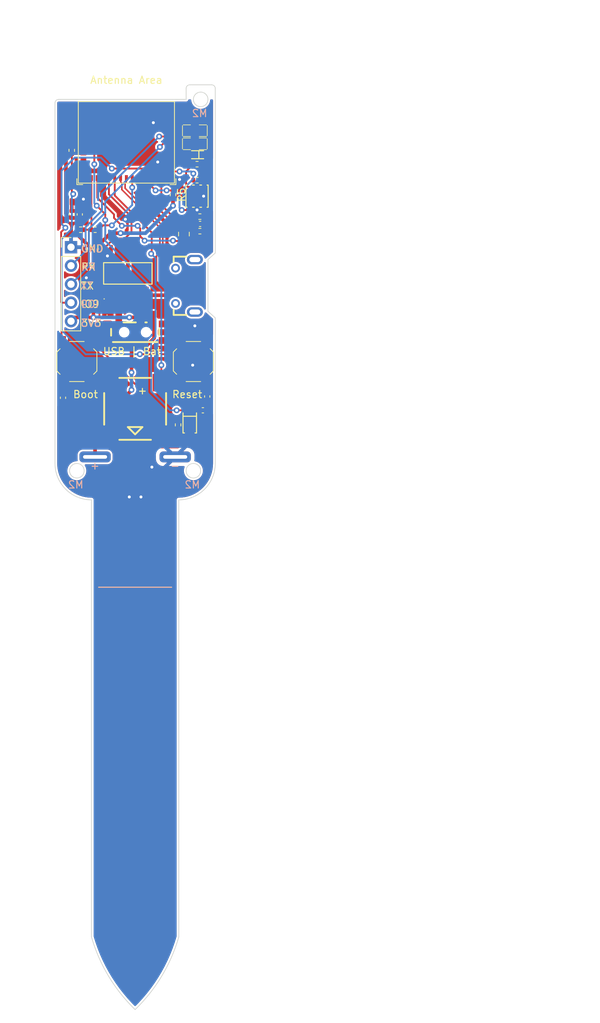
<source format=kicad_pcb>
(kicad_pcb (version 20221018) (generator pcbnew)
  (layers (0 "F.Cu" signal) (31 "B.Cu" signal) (34 "B.Paste" user) (35 "F.Paste" user) (36 "B.SilkS" user "B.Silkscreen") (37 "F.SilkS" user "F.Silkscreen") (38 "B.Mask" user) (39 "F.Mask" user) (44 "Edge.Cuts" user))
  (net 0 "")
  (net 1 "/EN")
  (net 2 "/AD_Capacitance")
  (net 3 "/Light_Sensor_Analog")
  (net 4 "/Light_Sensor_Select_1")
  (net 5 "/Light_Sensor_Select_2")
  (net 6 "+3V3")
  (net 7 "GND")
  (net 8 "/SensorCapV")
  (net 9 "/Voltage_Measurement_Analog")
  (net 10 "/Voltage_Measurement_Select")
  (net 11 "/TX")
  (net 12 "/RX")
  (net 13 "/TH_SDA")
  (net 14 "/TH_SCL")
  (net 15 "/D-")
  (net 16 "/D+")
  (net 17 "/Light_Sensor_In")
  (net 18 "/Buzzer")
  (net 19 "Net-(U7-VIN)")
  (net 21 "/Square_Wave_Signal")
  (net 22 "/USB")
  (net 27 "/LED_GREEN")
  (net 28 "/LED_RED")
  (net 31 "/BAT")
  (net 32 "/IO9")
  (net 43 "/IO8")
  (footprint "Connector_PinHeader_2.54mm:PinHeader_1x05_P2.54mm_Vertical" (layer "F.Cu") (at 102.2 120.3)
    (fp_text reference "J1" hide)
    (fp_text value "Conn_01x05")
    (pad "1" thru_hole rect (at 0 0) (size 1.7 1.7) (drill 1) (layers "*.Cu" "*.Mask") (net 7 "GND"))
    (pad "2" thru_hole oval (at 0 2.54) (size 1.7 1.7) (drill 1) (layers "*.Cu" "*.Mask") (net 11 "/TX"))
    (pad "3" thru_hole oval (at 0 5.08) (size 1.7 1.7) (drill 1) (layers "*.Cu" "*.Mask") (net 12 "/RX"))
    (pad "4" thru_hole oval (at 0 7.62) (size 1.7 1.7) (drill 1) (layers "*.Cu" "*.Mask") (net 32 "/IO9"))
    (pad "5" thru_hole oval (at 0 10.16) (size 1.7 1.7) (drill 1) (layers "*.Cu" "*.Mask") (net 6 "+3V3"))
  )
  (footprint "Resistor_SMD:R_0402_1005Metric" (layer "F.Cu") (at 103.51 117.9)
    (fp_text reference "R4" hide)
    (fp_text value "5k1")
    (pad "1" smd roundrect (at -0.51 0) (size 0.54 0.64) (layers "F.Cu" "F.Paste" "F.Mask") (net 6 "+3V3"))
    (pad "2" smd roundrect (at 0.51 0) (size 0.54 0.64) (layers "F.Cu" "F.Paste" "F.Mask") (net 9 "/Voltage_Measurement_Analog"))
  )
  (footprint "Resistor_SMD:R_0402_1005Metric" (layer "F.Cu") (at 119.5 108.9)
    (fp_text reference "R2" hide)
    (fp_text value "5k1")
    (pad "1" smd roundrect (at -0.51 0) (size 0.54 0.64) (layers "F.Cu" "F.Paste" "F.Mask") (net 14 "/TH_SCL"))
    (pad "2" smd roundrect (at 0.51 0) (size 0.54 0.64) (layers "F.Cu" "F.Paste" "F.Mask") (net 6 "+3V3"))
  )
  (footprint "Resistor_SMD:R_0402_1005Metric" (layer "F.Cu") (at 116.2 113.1 -90)
    (fp_text reference "R5" (at 0 -1.17 90) (layer "F.SilkS"))
    (fp_text value "10k")
    (pad "1" smd roundrect (at -0.51 0 270) (size 0.54 0.64) (layers "F.Cu" "F.Paste" "F.Mask") (net 43 "/IO8"))
    (pad "2" smd roundrect (at 0.51 0 270) (size 0.54 0.64) (layers "F.Cu" "F.Paste" "F.Mask") (net 6 "+3V3"))
  )
  (footprint "Capacitor_SMD:C_0402_1005Metric" (layer "F.Cu") (at 103.4 115.8 90)
    (fp_text reference "C8" hide)
    (fp_text value "10nF")
    (pad "1" smd roundrect (at -0.48 0 90) (size 0.56 0.62) (layers "F.Cu" "F.Paste" "F.Mask") (net 6 "+3V3"))
    (pad "2" smd roundrect (at 0.48 0 90) (size 0.56 0.62) (layers "F.Cu" "F.Paste" "F.Mask") (net 7 "GND"))
  )
  (footprint "PCM_kikit:Tab_5mm" (layer "F.Cu") (at 99.65 146.5)
    (fp_text reference "REF**" hide)
    (fp_text value "Tab_5mm")
  )
  (footprint "Resistor_SMD:R_0402_1005Metric" (layer "F.Cu") (at 119.89 118.1 180)
    (fp_text reference "R3" hide)
    (fp_text value "1k")
    (pad "1" smd roundrect (at -0.51 0 180) (size 0.54 0.64) (layers "F.Cu" "F.Paste" "F.Mask") (net 3 "/Light_Sensor_Analog"))
    (pad "2" smd roundrect (at 0.51 0 180) (size 0.54 0.64) (layers "F.Cu" "F.Paste" "F.Mask") (net 5 "/Light_Sensor_Select_2"))
  )
  (footprint "Capacitor_SMD:C_0402_1005Metric" (layer "F.Cu") (at 102.3 115.8 90)
    (fp_text reference "C9" hide)
    (fp_text value "10uF")
    (pad "1" smd roundrect (at -0.48 0 90) (size 0.56 0.62) (layers "F.Cu" "F.Paste" "F.Mask") (net 6 "+3V3"))
    (pad "2" smd roundrect (at 0.48 0 90) (size 0.56 0.62) (layers "F.Cu" "F.Paste" "F.Mask") (net 7 "GND"))
  )
  (footprint "CustomFootprints:LED0805-GREEN-RD" (layer "F.Cu") (at 119.2 104.3 180)
    (fp_text reference "D1" hide)
    (fp_text value "GREEN")
    (pad "1" smd rect (at 1.050292 0) (size 1 1.399543) (layers "F.Cu" "F.Paste" "F.Mask") (net 27 "/LED_GREEN"))
    (pad "2" smd rect (at -1.050292 0) (size 1 1.399543) (layers "F.Cu" "F.Paste" "F.Mask") (net 7 "GND"))
  )
  (footprint "Resistor_SMD:R_0402_1005Metric" (layer "F.Cu") (at 105.51 117.9)
    (fp_text reference "R6" hide)
    (fp_text value "2k")
    (pad "1" smd roundrect (at -0.51 0) (size 0.54 0.64) (layers "F.Cu" "F.Paste" "F.Mask") (net 9 "/Voltage_Measurement_Analog"))
    (pad "2" smd roundrect (at 0.51 0) (size 0.54 0.64) (layers "F.Cu" "F.Paste" "F.Mask") (net 10 "/Voltage_Measurement_Select"))
  )
  (footprint "Resistor_SMD:R_0402_1005Metric" (layer "F.Cu") (at 102.3 107 -90)
    (fp_text reference "R9" hide)
    (fp_text value "10k")
    (pad "1" smd roundrect (at -0.51 0 270) (size 0.54 0.64) (layers "F.Cu" "F.Paste" "F.Mask") (net 6 "+3V3"))
    (pad "2" smd roundrect (at 0.51 0 270) (size 0.54 0.64) (layers "F.Cu" "F.Paste" "F.Mask") (net 1 "/EN"))
  )
  (footprint "PCM_kikit:Tab_5mm" (layer "F.Cu") (at 122.45 146.5 180)
    (fp_text reference "REF**" hide)
    (fp_text value "Tab_5mm")
  )
  (footprint "CustomFootprints:SW_Push_1P1T_XKB_TS-1187A" (layer "F.Cu") (at 119 136 90)
    (fp_text reference "U3" hide)
    (fp_text value "Reset")
    (pad "1" smd rect (at -3 -1.875 90) (size 1 0.75) (layers "F.Cu" "F.Paste" "F.Mask") (net 7 "GND"))
    (pad "1" smd rect (at 3 -1.875 90) (size 1 0.75) (layers "F.Cu" "F.Paste" "F.Mask") (net 7 "GND"))
    (pad "2" smd rect (at -3 1.875 90) (size 1 0.75) (layers "F.Cu" "F.Paste" "F.Mask") (net 1 "/EN"))
    (pad "2" smd rect (at 3 1.875 90) (size 1 0.75) (layers "F.Cu" "F.Paste" "F.Mask") (net 1 "/EN"))
  )
  (footprint "Resistor_SMD:R_0402_1005Metric" (layer "F.Cu") (at 119.5 111.1)
    (fp_text reference "R10" hide)
    (fp_text value "5k1")
    (pad "1" smd roundrect (at -0.51 0) (size 0.54 0.64) (layers "F.Cu" "F.Paste" "F.Mask") (net 13 "/TH_SDA"))
    (pad "2" smd roundrect (at 0.51 0) (size 0.54 0.64) (layers "F.Cu" "F.Paste" "F.Mask") (net 6 "+3V3"))
  )
  (footprint "PCM_kikit:Tab_5mm" (layer "F.Cu") (at 99.7 103.9)
    (fp_text reference "REF**" hide)
    (fp_text value "Tab_5mm")
  )
  (footprint "Espressif:ESP32-C6-MINI-1" (layer "F.Cu") (at 109.8 103.2)
    (fp_text reference "U1" hide)
    (fp_text value "ESP32-C6-MINI-1/U")
    (fp_text user "Antenna Area" (at 0 -5.85) (layer "F.SilkS"))
    (pad "1" smd rect (at -5.9 -1.3 90) (size 0.4 0.8) (layers "F.Cu" "F.Paste" "F.Mask") (net 7 "GND"))
    (pad "2" smd rect (at -5.9 -0.5 90) (size 0.4 0.8) (layers "F.Cu" "F.Paste" "F.Mask") (net 7 "GND"))
    (pad "3" smd rect (at -5.9 0.3 90) (size 0.4 0.8) (layers "F.Cu" "F.Paste" "F.Mask") (net 6 "+3V3"))
    (pad "4" smd rect (at -5.9 1.1 90) (size 0.4 0.8) (layers "F.Cu" "F.Paste" "F.Mask"))
    (pad "5" smd rect (at -5.9 1.9 90) (size 0.4 0.8) (layers "F.Cu" "F.Paste" "F.Mask") (net 2 "/AD_Capacitance"))
    (pad "6" smd rect (at -5.9 2.7 90) (size 0.4 0.8) (layers "F.Cu" "F.Paste" "F.Mask"))
    (pad "7" smd rect (at -5.9 3.5 90) (size 0.4 0.8) (layers "F.Cu" "F.Paste" "F.Mask"))
    (pad "8" smd rect (at -5.9 4.3 90) (size 0.4 0.8) (layers "F.Cu" "F.Paste" "F.Mask") (net 1 "/EN"))
    (pad "9" smd rect (at -5.9 5.1 90) (size 0.4 0.8) (layers "F.Cu" "F.Paste" "F.Mask"))
    (pad "10" smd rect (at -5.9 5.9 90) (size 0.4 0.8) (layers "F.Cu" "F.Paste" "F.Mask"))
    (pad "11" smd rect (at -5.9 6.7 90) (size 0.4 0.8) (layers "F.Cu" "F.Paste" "F.Mask") (net 7 "GND"))
    (pad "12" smd rect (at -4.8 7.6) (size 0.4 0.8) (layers "F.Cu" "F.Paste" "F.Mask") (net 9 "/Voltage_Measurement_Analog"))
    (pad "13" smd rect (at -4 7.6) (size 0.4 0.8) (layers "F.Cu" "F.Paste" "F.Mask") (net 3 "/Light_Sensor_Analog"))
    (pad "14" smd rect (at -3.2 7.6) (size 0.4 0.8) (layers "F.Cu" "F.Paste" "F.Mask") (net 7 "GND"))
    (pad "15" smd rect (at -2.4 7.6) (size 0.4 0.8) (layers "F.Cu" "F.Paste" "F.Mask") (net 21 "/Square_Wave_Signal"))
    (pad "16" smd rect (at -1.6 7.6) (size 0.4 0.8) (layers "F.Cu" "F.Paste" "F.Mask") (net 18 "/Buzzer"))
    (pad "17" smd rect (at -0.8 7.6) (size 0.4 0.8) (layers "F.Cu" "F.Paste" "F.Mask") (net 15 "/D-"))
    (pad "18" smd rect (at 0 7.6) (size 0.4 0.8) (layers "F.Cu" "F.Paste" "F.Mask") (net 16 "/D+"))
    (pad "19" smd rect (at 0.8 7.6) (size 0.4 0.8) (layers "F.Cu" "F.Paste" "F.Mask") (net 10 "/Voltage_Measurement_Select"))
    (pad "20" smd rect (at 1.6 7.6) (size 0.4 0.8) (layers "F.Cu" "F.Paste" "F.Mask") (net 5 "/Light_Sensor_Select_2"))
    (pad "21" smd rect (at 2.4 7.6) (size 0.4 0.8) (layers "F.Cu" "F.Paste" "F.Mask"))
    (pad "22" smd rect (at 3.2 7.6) (size 0.4 0.8) (layers "F.Cu" "F.Paste" "F.Mask") (net 43 "/IO8"))
    (pad "23" smd rect (at 4 7.6) (size 0.4 0.8) (layers "F.Cu" "F.Paste" "F.Mask") (net 32 "/IO9"))
    (pad "24" smd rect (at 4.8 7.6) (size 0.4 0.8) (layers "F.Cu" "F.Paste" "F.Mask") (net 4 "/Light_Sensor_Select_1"))
    (pad "25" smd rect (at 5.9 6.7 90) (size 0.4 0.8) (layers "F.Cu" "F.Paste" "F.Mask") (net 13 "/TH_SDA"))
    (pad "26" smd rect (at 5.9 5.9 90) (size 0.4 0.8) (layers "F.Cu" "F.Paste" "F.Mask") (net 14 "/TH_SCL"))
    (pad "27" smd rect (at 5.9 5.1 90) (size 0.4 0.8) (layers "F.Cu" "F.Paste" "F.Mask") (net 17 "/Light_Sensor_In"))
    (pad "28" smd rect (at 5.9 4.3 90) (size 0.4 0.8) (layers "F.Cu" "F.Paste" "F.Mask") (net 28 "/LED_RED"))
    (pad "29" smd rect (at 5.9 3.5 90) (size 0.4 0.8) (layers "F.Cu" "F.Paste" "F.Mask") (net 27 "/LED_GREEN"))
    (pad "30" smd rect (at 5.9 2.7 90) (size 0.4 0.8) (layers "F.Cu" "F.Paste" "F.Mask") (net 12 "/RX"))
    (pad "31" smd rect (at 5.9 1.9 90) (size 0.4 0.8) (layers "F.Cu" "F.Paste" "F.Mask") (net 11 "/TX"))
    (pad "32" smd rect (at 5.9 1.1 90) (size 0.4 0.8) (layers "F.Cu" "F.Paste" "F.Mask"))
    (pad "33" smd rect (at 5.9 0.3 90) (size 0.4 0.8) (layers "F.Cu" "F.Paste" "F.Mask"))
    (pad "34" smd rect (at 5.9 -0.5 90) (size 0.4 0.8) (layers "F.Cu" "F.Paste" "F.Mask"))
    (pad "35" smd rect (at 5.9 -1.3 90) (size 0.4 0.8) (layers "F.Cu" "F.Paste" "F.Mask"))
    (pad "36" smd rect (at 4.8 -2.2) (size 0.4 0.8) (layers "F.Cu" "F.Paste" "F.Mask") (net 7 "GND"))
    (pad "37" smd rect (at 4 -2.2) (size 0.4 0.8) (layers "F.Cu" "F.Paste" "F.Mask") (net 7 "GND"))
    (pad "38" smd rect (at 3.2 -2.2) (size 0.4 0.8) (layers "F.Cu" "F.Paste" "F.Mask") (net 7 "GND"))
    (pad "39" smd rect (at 2.4 -2.2) (size 0.4 0.8) (layers "F.Cu" "F.Paste" "F.Mask") (net 7 "GND"))
    (pad "40" smd rect (at 1.6 -2.2) (size 0.4 0.8) (layers "F.Cu" "F.Paste" "F.Mask") (net 7 "GND"))
    (pad "41" smd rect (at 0.8 -2.2) (size 0.4 0.8) (layers "F.Cu" "F.Paste" "F.Mask") (net 7 "GND"))
    (pad "42" smd rect (at 0 -2.2) (size 0.4 0.8) (layers "F.Cu" "F.Paste" "F.Mask") (net 7 "GND"))
    (pad "43" smd rect (at -0.8 -2.2) (size 0.4 0.8) (layers "F.Cu" "F.Paste" "F.Mask") (net 7 "GND"))
    (pad "44" smd rect (at -1.6 -2.2) (size 0.4 0.8) (layers "F.Cu" "F.Paste" "F.Mask") (net 7 "GND"))
    (pad "45" smd rect (at -2.4 -2.2) (size 0.4 0.8) (layers "F.Cu" "F.Paste" "F.Mask") (net 7 "GND"))
    (pad "46" smd rect (at -3.2 -2.2) (size 0.4 0.8) (layers "F.Cu" "F.Paste" "F.Mask") (net 7 "GND"))
    (pad "47" smd rect (at -4 -2.2) (size 0.4 0.8) (layers "F.Cu" "F.Paste" "F.Mask") (net 7 "GND"))
    (pad "48" smd rect (at -4.8 -2.2) (size 0.4 0.8) (layers "F.Cu" "F.Paste" "F.Mask") (net 7 "GND"))
    (pad "49" smd custom (at -1.975 0.725) (size 0.8 0.8) (layers "F.Cu" "F.Paste" "F.Mask") (net 7 "GND") (options (clearance outline) (anchor rect)) (primitives (gr_poly (pts (xy 0.725 0.725) (xy -0.725 0.725) (xy -0.725 -0.125) (xy -0.125 -0.725) (xy 0.725 -0.725)) (width 0) (fill yes))))
    (pad "49" smd rect (at -1.975 2.7 90) (size 1.45 1.45) (layers "F.Cu" "F.Paste" "F.Mask") (net 7 "GND"))
    (pad "49" smd rect (at -1.975 4.675 90) (size 1.45 1.45) (layers "F.Cu" "F.Paste" "F.Mask") (net 7 "GND"))
    (pad "49" smd rect (at 0 0.725 90) (size 1.45 1.45) (layers "F.Cu" "F.Paste" "F.Mask") (net 7 "GND"))
    (pad "49" smd rect (at 0 2.7 90) (size 1.45 1.45) (layers "F.Cu" "F.Paste" "F.Mask") (net 7 "GND"))
    (pad "49" smd rect (at 0 4.675 90) (size 1.45 1.45) (layers "F.Cu" "F.Paste" "F.Mask") (net 7 "GND"))
    (pad "49" smd rect (at 1.975 0.725 90) (size 1.45 1.45) (layers "F.Cu" "F.Paste" "F.Mask") (net 7 "GND"))
    (pad "49" smd rect (at 1.975 2.7 90) (size 1.45 1.45) (layers "F.Cu" "F.Paste" "F.Mask") (net 7 "GND"))
    (pad "49" smd rect (at 1.975 4.675 90) (size 1.45 1.45) (layers "F.Cu" "F.Paste" "F.Mask") (net 7 "GND"))
    (pad "50" smd rect (at 5.95 -2.25 90) (size 0.7 0.7) (layers "F.Cu" "F.Paste" "F.Mask") (net 7 "GND"))
    (pad "51" smd rect (at 5.95 7.65 90) (size 0.7 0.7) (layers "F.Cu" "F.Paste" "F.Mask") (net 7 "GND"))
    (pad "52" smd rect (at -5.95 7.65 90) (size 0.7 0.7) (layers "F.Cu" "F.Paste" "F.Mask") (net 7 "GND"))
    (pad "53" smd rect (at -5.95 -2.25 90) (size 0.7 0.7) (layers "F.Cu" "F.Paste" "F.Mask") (net 7 "GND"))
    (zone (net 0) (net_name "") (layers "*.Cu") (name "antenna keepout") (connect_pads (clearance 0)) (min_thickness 0.254)
      (keepout (tracks not_allowed) (vias not_allowed) (pads not_allowed) (copperpour not_allowed) (footprints not_allowed))
      (fill (thermal_gap 0.508) (thermal_bridge_width 0.508))
      (polygon (pts (xy 116.4 100.3) (xy 103.2 100.3) (xy 103.2 94.9) (xy 116.4 94.9)))
    )
  )
  (footprint "CustomFootprints:SW_Push_1P1T_XKB_TS-1187A" (layer "F.Cu") (at 103 136 -90)
    (fp_text reference "U4" hide)
    (fp_text value "Boot")
    (pad "1" smd rect (at -3 -1.875 270) (size 1 0.75) (layers "F.Cu" "F.Paste" "F.Mask") (net 7 "GND"))
    (pad "1" smd rect (at 3 -1.875 270) (size 1 0.75) (layers "F.Cu" "F.Paste" "F.Mask") (net 7 "GND"))
    (pad "2" smd rect (at -3 1.875 270) (size 1 0.75) (layers "F.Cu" "F.Paste" "F.Mask") (net 32 "/IO9"))
    (pad "2" smd rect (at 3 1.875 270) (size 1 0.75) (layers "F.Cu" "F.Paste" "F.Mask") (net 32 "/IO9"))
  )
  (footprint "CustomFootprints:SENSOR-SMD_L3.0-W3.0-P1.00-BR" (layer "F.Cu") (at 119.500152 113.289561 90)
    (fp_text reference "U5" hide)
    (fp_text value "Temp/Humid-Sensor")
    (pad "1" smd rect (at 0.999975 0.999975 270) (size 0.8 0.5) (layers "F.Cu" "F.Paste" "F.Mask"))
    (pad "2" smd rect (at 0.999975 -0.000025 270) (size 0.8 0.5) (layers "F.Cu" "F.Paste" "F.Mask") (net 6 "+3V3"))
    (pad "3" smd rect (at 0.999975 -1.000025 270) (size 0.8 0.5) (layers "F.Cu" "F.Paste" "F.Mask") (net 14 "/TH_SCL"))
    (pad "4" smd rect (at -1.000025 -1.000025 270) (size 0.8 0.5) (layers "F.Cu" "F.Paste" "F.Mask") (net 13 "/TH_SDA"))
    (pad "5" smd rect (at -1.000025 -0.000025 270) (size 0.8 0.5) (layers "F.Cu" "F.Paste" "F.Mask") (net 7 "GND"))
    (pad "6" smd rect (at -1.000025 0.999975 270) (size 0.8 0.5) (layers "F.Cu" "F.Paste" "F.Mask"))
  )
  (footprint "CustomFootprints:SOD-123F_L2.7-W1.6-LS3.8-RD" (layer "F.Cu") (at 118.5 144.43495 -90)
    (fp_text reference "D2" hide)
    (fp_text value "SOD-123-Switching-Diode")
    (pad "1" smd rect (at -1.73495 0 270) (size 1.1 1) (layers "F.Cu" "F.Paste" "F.Mask") (net 2 "/AD_Capacitance"))
    (pad "2" smd rect (at 1.73495 0 270) (size 1.1 1) (layers "F.Cu" "F.Paste" "F.Mask") (net 8 "/SensorCapV"))
  )
  (footprint "CustomFootprints:MICRO-USB-SMD_5P-P0.65-H-F_C10418" (layer "F.Cu") (at 117.875032 125.599949 90)
    (fp_text reference "USB1" hide)
    (fp_text value "micro_USBFemale")
    (pad "1" smd rect (at -1.299975 -1.324765) (size 1.250013 0.4) (layers "F.Cu" "F.Paste" "F.Mask") (net 19 "Net-(U7-VIN)"))
    (pad "2" smd rect (at -0.649987 -1.324765) (size 1.250013 0.4) (layers "F.Cu" "F.Paste" "F.Mask") (net 15 "/D-"))
    (pad "3" smd rect (at 0 -1.324765) (size 1.250013 0.4) (layers "F.Cu" "F.Paste" "F.Mask") (net 16 "/D+"))
    (pad "4" smd rect (at 0.649987 -1.324765) (size 1.250013 0.4) (layers "F.Cu" "F.Paste" "F.Mask"))
    (pad "5" smd rect (at 1.299975 -1.324765) (size 1.250013 0.4) (layers "F.Cu" "F.Paste" "F.Mask") (net 7 "GND"))
    (pad "SH0" thru_hole circle (at -2.424943 -1.325019 90) (size 1.2 1.2) (drill 0.700025) (layers "*.Cu" "*.Mask"))
    (pad "SH1" thru_hole oval (at -3.599949 1.324968 90) (size 1.3 2.2) (drill oval 0.700025 1.500127) (layers "*.Cu" "*.Mask"))
    (pad "SH2" thru_hole oval (at 3.599949 1.324968 90) (size 1.3 2.2) (drill oval 0.700025 1.500127) (layers "*.Cu" "*.Mask"))
    (pad "SH3" thru_hole circle (at 2.424943 -1.325019 90) (size 1.2 1.2) (drill 0.700025) (layers "*.Cu" "*.Mask"))
  )
  (footprint "CustomFootprints:LED0805-RD_RED" (layer "F.Cu") (at 119.2 106.099898 180)
    (fp_text reference "D3" hide)
    (fp_text value "RED")
    (pad "1" smd rect (at -1.100127 -0.000102) (size 1 1.250013) (layers "F.Cu" "F.Paste" "F.Mask") (net 7 "GND"))
    (pad "2" smd rect (at 1.100025 -0.000102) (size 1 1.250013) (layers "F.Cu" "F.Paste" "F.Mask") (net 28 "/LED_RED"))
  )
  (footprint "Resistor_SMD:R_0402_1005Metric" (layer "F.Cu") (at 116.9 144.7 90)
    (fp_text reference "R8" hide)
    (fp_text value "10k")
    (pad "1" smd roundrect (at -0.51 0 90) (size 0.54 0.64) (layers "F.Cu" "F.Paste" "F.Mask") (net 8 "/SensorCapV"))
    (pad "2" smd roundrect (at 0.51 0 90) (size 0.54 0.64) (layers "F.Cu" "F.Paste" "F.Mask") (net 21 "/Square_Wave_Signal"))
  )
  (footprint "CustomFootprints:BUZ-SMD_4P-L8.5-W8.5-P8.50-BR" (layer "F.Cu") (at 111 142.5 180)
    (fp_text reference "BZ1" hide)
    (fp_text value "Buzzer")
    (fp_text user "+" (at -0.999873 2.500381) (layer "F.SilkS"))
    (pad "1" smd rect (at -3.599822 3.599949 180) (size 2.400051 2.400051) (layers "F.Cu" "F.Paste" "F.Mask") (net 18 "/Buzzer"))
    (pad "2" smd rect (at 3.599822 3.599949 180) (size 2.400051 2.400051) (layers "F.Cu" "F.Paste" "F.Mask") (net 7 "GND"))
    (pad "3" smd rect (at 3.599568 -3.599695 180) (size 2.400051 2.400051) (layers "F.Cu" "F.Paste" "F.Mask"))
    (pad "4" smd rect (at -3.599822 -3.599949 180) (size 2.400051 2.400051) (layers "F.Cu" "F.Paste" "F.Mask"))
  )
  (footprint "Capacitor_SMD:C_0402_1005Metric" (layer "F.Cu") (at 119.92 117.1 180)
    (fp_text reference "C5" hide)
    (fp_text value "100nF")
    (pad "1" smd roundrect (at -0.48 0 180) (size 0.56 0.62) (layers "F.Cu" "F.Paste" "F.Mask") (net 3 "/Light_Sensor_Analog"))
    (pad "2" smd roundrect (at 0.48 0 180) (size 0.56 0.62) (layers "F.Cu" "F.Paste" "F.Mask") (net 4 "/Light_Sensor_Select_1"))
  )
  (footprint "Capacitor_SMD:C_0402_1005Metric" (layer "F.Cu") (at 101.1 140.98 90)
    (fp_text reference "C2" hide)
    (fp_text value "100nF")
    (pad "1" smd roundrect (at -0.48 0 90) (size 0.56 0.62) (layers "F.Cu" "F.Paste" "F.Mask") (net 7 "GND"))
    (pad "2" smd roundrect (at 0.48 0 90) (size 0.56 0.62) (layers "F.Cu" "F.Paste" "F.Mask") (net 32 "/IO9"))
  )
  (footprint "Capacitor_SMD:C_0402_1005Metric" (layer "F.Cu") (at 120.3 142.7 180)
    (fp_text reference "C3" hide)
    (fp_text value "150pF")
    (pad "1" smd roundrect (at -0.48 0 180) (size 0.56 0.62) (layers "F.Cu" "F.Paste" "F.Mask") (net 7 "GND"))
    (pad "2" smd roundrect (at 0.48 0 180) (size 0.56 0.62) (layers "F.Cu" "F.Paste" "F.Mask") (net 2 "/AD_Capacitance"))
  )
  (footprint "PCM_kikit:Tab_5mm" (layer "F.Cu") (at 122.45 118 180)
    (fp_text reference "REF**" hide)
    (fp_text value "Tab_5mm")
  )
  (footprint "Resistor_SMD:R_0402_1005Metric" (layer "F.Cu") (at 119.89 116.1 180)
    (fp_text reference "R1" hide)
    (fp_text value "10M")
    (pad "1" smd roundrect (at -0.51 0 180) (size 0.54 0.64) (layers "F.Cu" "F.Paste" "F.Mask") (net 3 "/Light_Sensor_Analog"))
    (pad "2" smd roundrect (at 0.51 0 180) (size 0.54 0.64) (layers "F.Cu" "F.Paste" "F.Mask") (net 4 "/Light_Sensor_Select_1"))
  )
  (footprint "Capacitor_SMD:C_0402_1005Metric" (layer "F.Cu") (at 120.9 140.8 90)
    (fp_text reference "C1" hide)
    (fp_text value "100nF")
    (pad "1" smd roundrect (at -0.48 0 90) (size 0.56 0.62) (layers "F.Cu" "F.Paste" "F.Mask") (net 7 "GND"))
    (pad "2" smd roundrect (at 0.48 0 90) (size 0.56 0.62) (layers "F.Cu" "F.Paste" "F.Mask") (net 1 "/EN"))
  )
  (footprint "CustomFootprints:SOT-223-3_L6.5-W3.4-P2.30-LS7.0-BR" (layer "F.Cu") (at 110 124 -90)
    (fp_text reference "U7" hide)
    (fp_text value "AMS1117-3_3")
    (pad "1" smd rect (at 2.969952 2.299975 270) (size 2.5 1.1) (layers "F.Cu" "F.Paste" "F.Mask") (net 7 "GND"))
    (pad "2" smd rect (at 2.969952 0 270) (size 2.5 1.1) (layers "F.Cu" "F.Paste" "F.Mask") (net 22 "/USB"))
    (pad "3" smd rect (at 2.969952 -2.299975 270) (size 2.5 1.1) (layers "F.Cu" "F.Paste" "F.Mask") (net 19 "Net-(U7-VIN)"))
    (pad "4" smd rect (at -2.969977 0 270) (size 2.340005 3.6) (layers "F.Cu" "F.Paste" "F.Mask") (net 22 "/USB"))
  )
  (footprint "PCM_kikit:Tab_5mm" (layer "F.Cu") (at 122.4 103.9 180)
    (fp_text reference "REF**" hide)
    (fp_text value "Tab_5mm")
  )
  (footprint "CustomFootprints:SENSORS-SMD_ALS-PT19" (layer "F.Cu") (at 119.6 107.6)
    (fp_text reference "U6" hide)
    (fp_text value "Light sensor")
    (pad "1" smd rect (at -0.750064 0 180) (size 0.8 0.8) (layers "F.Cu" "F.Paste" "F.Mask") (net 17 "/Light_Sensor_In"))
    (pad "2" smd rect (at 0.750064 0 180) (size 0.8 0.8) (layers "F.Cu" "F.Paste" "F.Mask") (net 3 "/Light_Sensor_Analog"))
  )
  (footprint "CustomFootprints:SW-SMD_MK-12C02-G025" (layer "F.Cu") (at 111 131.529007)
    (fp_text reference "U8" hide)
    (fp_text value "MK-12C02-G025")
    (pad "" np_thru_hole circle (at -1.5 0.448311) (size 0.849987 0.849987) (drill 0.849987) (layers "*.Cu" "*.Mask"))
    (pad "" np_thru_hole circle (at 1.5 0.448311) (size 0.849987 0.849987) (drill 0.849987) (layers "*.Cu" "*.Mask"))
    (pad "1" smd rect (at -2.250064 -1.583439) (size 0.9 1.8) (layers "F.Cu" "F.Paste" "F.Mask") (net 22 "/USB"))
    (pad "2" smd rect (at 0.749936 -1.583439) (size 0.9 1.8) (layers "F.Cu" "F.Paste" "F.Mask") (net 6 "+3V3"))
    (pad "3" smd rect (at 2.249809 -1.583439) (size 0.9 1.8) (layers "F.Cu" "F.Paste" "F.Mask") (net 31 "/BAT"))
    (pad "4" smd rect (at 3.799975 -0.686563) (size 1.1 0.929997) (layers "F.Cu" "F.Paste" "F.Mask"))
    (pad "5" smd rect (at 3.799975 1.583439) (size 1.1 0.929997) (layers "F.Cu" "F.Paste" "F.Mask"))
    (pad "6" smd rect (at -3.799975 1.583439) (size 1.1 0.929997) (layers "F.Cu" "F.Paste" "F.Mask"))
    (pad "7" smd rect (at -3.799975 -0.686563) (size 1.1 0.929997) (layers "F.Cu" "F.Paste" "F.Mask"))
  )
  (footprint "Capacitor_SMD:C_0805_2012Metric" (layer "F.Cu") (at 117.7 118.5 90)
    (fp_text reference "C7" hide)
    (fp_text value "47uF")
    (pad "1" smd roundrect (at -0.95 0 90) (size 1 1.45) (layers "F.Cu" "F.Paste" "F.Mask") (net 3 "/Light_Sensor_Analog"))
    (pad "2" smd roundrect (at 0.95 0 90) (size 1 1.45) (layers "F.Cu" "F.Paste" "F.Mask") (net 5 "/Light_Sensor_Select_2"))
  )
  (footprint "PCM_kikit:Tab_5mm" (layer "F.Cu") (at 99.55 118)
    (fp_text reference "REF**" hide)
    (fp_text value "Tab_5mm")
  )
  (footprint "CustomFootprints:AAA Battery-spring" (layer "B.Cu") (at 111 149.1 180)
    (fp_text reference "U9" hide)
    (fp_text value "~")
    (pad "1" thru_hole roundrect (at -5.5 0 180) (size 4.3 1.5) (drill oval 3.3 0.5) (layers "*.Cu" "*.Mask") (roundrect_rratio 0.3333333333) (net 7 "GND"))
    (pad "2" thru_hole roundrect (at 5.5 0 180) (size 4.3 1.5) (drill oval 3.3 0.5) (layers "*.Cu" "*.Mask") (roundrect_rratio 0.3333333333) (net 31 "/BAT"))
  )
  (gr_line (start 106 167) (end 116 167) (stroke (width 0.15)) (layer "B.SilkS"))
  (gr_line (start 106 167) (end 116 167) (stroke (width 0.15)) (layer "F.SilkS"))
  (gr_line (start 100 150) (end 100 100.5) (stroke (width 0.1)) (layer "Edge.Cuts"))
  (gr_arc (start 121.5 98) (mid 121.853553 98.146447) (end 122 98.5) (stroke (width 0.1)) (layer "Edge.Cuts"))
  (gr_line (start 122 98.5) (end 122 121.1) (stroke (width 0.1)) (layer "Edge.Cuts"))
  (gr_line (start 122 130) (end 122 150) (stroke (width 0.1)) (layer "Edge.Cuts"))
  (gr_circle (center 103 151) (end 104 151) (stroke (width 0.1)) (fill none) (layer "Edge.Cuts"))
  (gr_arc (start 122 150) (mid 120.535534 153.535534) (end 117 155) (stroke (width 0.1)) (layer "Edge.Cuts"))
  (gr_arc (start 105 155) (mid 101.464466 153.535534) (end 100 150) (stroke (width 0.1)) (layer "Edge.Cuts"))
  (gr_line (start 118.5 98) (end 121.5 98) (stroke (width 0.1)) (layer "Edge.Cuts"))
  (gr_arc (start 111 225) (mid 107.341735 220.394958) (end 105 215) (stroke (width 0.1)) (layer "Edge.Cuts"))
  (gr_arc (start 118 98.5) (mid 118.146447 98.146447) (end 118.5 98) (stroke (width 0.1)) (layer "Edge.Cuts"))
  (gr_arc (start 117 215) (mid 114.658257 220.394954) (end 111 225) (stroke (width 0.1)) (layer "Edge.Cuts"))
  (gr_line (start 118 100) (end 118 98.5) (stroke (width 0.1)) (layer "Edge.Cuts"))
  (gr_line (start 105 155) (end 105 215) (stroke (width 0.1)) (layer "Edge.Cuts"))
  (gr_line (start 121 122) (end 122 121.1) (stroke (width 0.1)) (layer "Edge.Cuts"))
  (gr_circle (center 120 100) (end 121 100) (stroke (width 0.1)) (fill none) (layer "Edge.Cuts"))
  (gr_circle (center 119 151) (end 120 151) (stroke (width 0.1)) (fill none) (layer "Edge.Cuts"))
  (gr_line (start 121 122) (end 121 129.1) (stroke (width 0.1)) (layer "Edge.Cuts"))
  (gr_line (start 100.5 100) (end 118 100) (stroke (width 0.1)) (layer "Edge.Cuts"))
  (gr_line (start 117 155) (end 117 215) (stroke (width 0.1)) (layer "Edge.Cuts"))
  (gr_line (start 121 129.1) (end 122 130) (stroke (width 0.1)) (layer "Edge.Cuts"))
  (gr_arc (start 100 100.5) (mid 100.146447 100.146447) (end 100.5 100) (stroke (width 0.1)) (layer "Edge.Cuts"))
  (gr_text "RX" (at 105.7 123.6) (layer "B.SilkS") (effects (font (size 1 1)) (justify left bottom mirror)))
  (gr_text "-" (at 117.2 150.9) (layer "B.SilkS") (effects (font (size 1 1)) (justify left bottom mirror)))
  (gr_text "M2" (at 121 102.5) (layer "B.SilkS") (effects (font (size 1 1)) (justify left bottom mirror)))
  (gr_text "+" (at 106.2 150.9) (layer "B.SilkS") (effects (font (size 1 1)) (justify left bottom mirror)))
  (gr_text "IO9" (at 106.1 128.7) (layer "B.SilkS") (effects (font (size 1 1)) (justify left bottom mirror)))
  (gr_text "3V3" (at 106.4 131.3) (layer "B.SilkS") (effects (font (size 1 1)) (justify left bottom mirror)))
  (gr_text "TX" (at 105.3 126.2) (layer "B.SilkS") (effects (font (size 1 1)) (justify left bottom mirror)))
  (gr_text "M2" (at 120 153.5) (layer "B.SilkS") (effects (font (size 1 1)) (justify left bottom mirror)))
  (gr_text "GND" (at 106.7 121.1) (layer "B.SilkS") (effects (font (size 1 1)) (justify left bottom mirror)))
  (gr_text "M2" (at 104 153.5) (layer "B.SilkS") (effects (font (size 1 1)) (justify left bottom mirror)))
  (gr_text "IO9" (at 103.5 128.7) (layer "F.SilkS") (effects (font (size 1 1)) (justify left bottom)))
  (gr_text "GND" (at 103.5 121.1) (layer "F.SilkS") (effects (font (size 1 1)) (justify left bottom)))
  (gr_text "RX" (at 103.5 123.6) (layer "F.SilkS") (effects (font (size 1 1)) (justify left bottom)))
  (gr_text "USB | Bat" (at 106.5 135.2) (layer "F.SilkS") (effects (font (size 1 1)) (justify left bottom)))
  (gr_text "Boot" (at 102.4 141.1) (layer "F.SilkS") (effects (font (size 1 1)) (justify left bottom)))
  (gr_text "Reset" (at 116 141.1) (layer "F.SilkS") (effects (font (size 1 1)) (justify left bottom)))
  (gr_text "TX" (at 103.5 126.2) (layer "F.SilkS") (effects (font (size 1 1)) (justify left bottom)))
  (gr_text "3V3" (at 103.5 131.3) (layer "F.SilkS") (effects (font (size 1 1)) (justify left bottom)))
  (segment (start 111.650006 135) (end 118.875 135) (width 0.25) (layer "F.Cu") (net 1))
  (segment (start 102.31 107.51) (end 102.32 107.5) (width 0.25) (layer "F.Cu") (net 1))
  (segment (start 102.32 107.5) (end 103.9 107.5) (width 0.25) (layer "F.Cu") (net 1))
  (segment (start 118.875 135) (end 120.875 133) (width 0.25) (layer "F.Cu") (net 1))
  (segment (start 120.875 139) (end 120.875 133) (width 0.25) (layer "F.Cu") (net 1))
  (segment (start 102.5 113) (end 102.31 112.81) (width 0.25) (layer "F.Cu") (net 1))
  (segment (start 120.875 140.295) (end 120.9 140.32) (width 0.25) (layer "F.Cu") (net 1))
  (segment (start 102.31 112.81) (end 102.31 107.51) (width 0.25) (layer "F.Cu") (net 1))
  (segment (start 120.875 139) (end 120.875 140.295) (width 0.25) (layer "F.Cu") (net 1))
  (via (at 111.650006 135) (size 0.8) (drill 0.4) (layers "F.Cu" "B.Cu") (net 1))
  (via (at 102.5 113) (size 0.8) (drill 0.4) (layers "F.Cu" "B.Cu") (net 1))
  (segment (start 104.2 135) (end 111.650006 135) (width 0.25) (layer "B.Cu") (net 1))
  (segment (start 102.31 117.771326) (end 100.9 119.181326) (width 0.25) (layer "B.Cu") (net 1))
  (segment (start 102.5 113) (end 102.31 113.19) (width 0.25) (layer "B.Cu") (net 1))
  (segment (start 100.9 131.7) (end 104.2 135) (width 0.25) (layer "B.Cu") (net 1))
  (segment (start 100.9 119.181326) (end 100.9 131.7) (width 0.25) (layer "B.Cu") (net 1))
  (segment (start 102.31 113.19) (end 102.31 117.771326) (width 0.25) (layer "B.Cu") (net 1))
  (segment (start 106.9 115.7755) (end 105.7245 114.6) (width 0.25) (layer "F.Cu") (net 2))
  (segment (start 105.4 108.9) (end 105.4 106.05) (width 0.25) (layer "F.Cu") (net 2))
  (segment (start 116.7 142.7) (end 118.5 142.7) (width 0.25) (layer "F.Cu") (net 2))
  (segment (start 119.82 142.7) (end 118.5 142.7) (width 0.25) (layer "F.Cu") (net 2))
  (segment (start 106.9 116.5755) (end 106.9 115.7755) (width 0.25) (layer "F.Cu") (net 2))
  (segment (start 104.45 105.1) (end 103.9 105.1) (width 0.25) (layer "F.Cu") (net 2))
  (segment (start 105.4 106.05) (end 104.45 105.1) (width 0.25) (layer "F.Cu") (net 2))
  (via (at 106.9 116.5755) (size 0.8) (drill 0.4) (layers "F.Cu" "B.Cu") (net 2))
  (via (at 116.7 142.7) (size 0.8) (drill 0.4) (layers "F.Cu" "B.Cu") (net 2))
  (via (at 105.7245 114.6) (size 0.8) (drill 0.4) (layers "F.Cu" "B.Cu") (net 2))
  (via (at 105.4 108.9) (size 0.8) (drill 0.4) (layers "F.Cu" "B.Cu") (net 2))
  (segment (start 113.8 132.6) (end 113.2 133.2) (width 0.25) (layer "B.Cu") (net 2))
  (segment (start 113.2 140.1) (end 115.8 142.7) (width 0.25) (layer "B.Cu") (net 2))
  (segment (start 105.4 114.2755) (end 105.7245 114.6) (width 0.25) (layer "B.Cu") (net 2))
  (segment (start 106.9 116.7) (end 106.9 116.5755) (width 0.25) (layer "B.Cu") (net 2))
  (segment (start 115.8 142.7) (end 116.7 142.7) (width 0.25) (layer "B.Cu") (net 2))
  (segment (start 106.9 119.418198) (end 113.8 126.318198) (width 0.25) (layer "B.Cu") (net 2))
  (segment (start 106.9 116.7) (end 106.9 119.418198) (width 0.25) (layer "B.Cu") (net 2))
  (segment (start 105.4 108.9) (end 105.4 114.2755) (width 0.25) (layer "B.Cu") (net 2))
  (segment (start 113.2 133.2) (end 113.2 140.1) (width 0.25) (layer "B.Cu") (net 2))
  (segment (start 113.8 126.318198) (end 113.8 132.6) (width 0.25) (layer "B.Cu") (net 2))
  (segment (start 120.4 118.1) (end 119.05 119.45) (width 0.25) (layer "F.Cu") (net 3))
  (segment (start 109.1755 117.362299) (end 108.1 116.286799) (width 0.25) (layer "F.Cu") (net 3))
  (segment (start 116.25 119.45) (end 116.2 119.4) (width 0.25) (layer "F.Cu") (net 3))
  (segment (start 117.7 119.45) (end 116.25 119.45) (width 0.25) (layer "F.Cu") (net 3))
  (segment (start 111.7 118.8) (end 112.3 119.4) (width 0.25) (layer "F.Cu") (net 3))
  (segment (start 108.1 116.286799) (end 108.1 115.8) (width 0.25) (layer "F.Cu") (net 3))
  (segment (start 120.4 117.1) (end 120.4 116.1) (width 0.25) (layer "F.Cu") (net 3))
  (segment (start 121.3 114.9) (end 121.3 108.549936) (width 0.25) (layer "F.Cu") (net 3))
  (segment (start 111.337701 117.362299) (end 111.7 117.724598) (width 0.25) (layer "F.Cu") (net 3))
  (segment (start 120.4 115.8) (end 121.3 114.9) (width 0.25) (layer "F.Cu") (net 3))
  (segment (start 105.8 113.5) (end 105.8 110.8) (width 0.25) (layer "F.Cu") (net 3))
  (segment (start 121.3 108.549936) (end 120.350064 107.6) (width 0.25) (layer "F.Cu") (net 3))
  (segment (start 120.4 116.1) (end 120.4 115.8) (width 0.25) (layer "F.Cu") (net 3))
  (segment (start 120.4 118.1) (end 120.4 117.1) (width 0.25) (layer "F.Cu") (net 3))
  (segment (start 108.1 115.8) (end 105.8 113.5) (width 0.25) (layer "F.Cu") (net 3))
  (segment (start 119.05 119.45) (end 117.7 119.45) (width 0.25) (layer "F.Cu") (net 3))
  (segment (start 111.7 117.724598) (end 111.7 118.8) (width 0.25) (layer "F.Cu") (net 3))
  (via (at 112.3 119.4) (size 0.8) (drill 0.4) (layers "F.Cu" "B.Cu") (net 3))
  (via (at 109.1755 117.362299) (size 0.8) (drill 0.4) (layers "F.Cu" "B.Cu") (net 3))
  (via (at 111.337701 117.362299) (size 0.8) (drill 0.4) (layers "F.Cu" "B.Cu") (net 3))
  (via (at 116.2 119.4) (size 0.8) (drill 0.4) (layers "F.Cu" "B.Cu") (net 3))
  (segment (start 109.1755 117.362299) (end 111.337701 117.362299) (width 0.25) (layer "B.Cu") (net 3))
  (segment (start 116.2 119.4) (end 112.3 119.4) (width 0.25) (layer "B.Cu") (net 3))
  (segment (start 116.2 116.1) (end 114.6 114.5) (width 0.25) (layer "F.Cu") (net 4))
  (segment (start 119.44 117.1) (end 119.44 116.16) (width 0.25) (layer "F.Cu") (net 4))
  (segment (start 114.6 114.5) (end 114.6 110.8) (width 0.25) (layer "F.Cu") (net 4))
  (segment (start 119.44 116.16) (end 119.38 116.1) (width 0.25) (layer "F.Cu") (net 4))
  (segment (start 119.38 116.1) (end 116.2 116.1) (width 0.25) (layer "F.Cu") (net 4))
  (segment (start 117.7 117.55) (end 116.75 117.55) (width 0.25) (layer "F.Cu") (net 5))
  (segment (start 116.75 117.55) (end 111.4 112.2) (width 0.25) (layer "F.Cu") (net 5))
  (segment (start 118.25 118.1) (end 117.7 117.55) (width 0.25) (layer "F.Cu") (net 5))
  (segment (start 119.38 118.1) (end 118.25 118.1) (width 0.25) (layer "F.Cu") (net 5))
  (segment (start 111.4 112.2) (end 111.4 110.8) (width 0.25) (layer "F.Cu") (net 5))
  (segment (start 120.01 108.9) (end 120.01 111.1) (width 0.5) (layer "F.Cu") (net 6))
  (segment (start 102.115614 116.28) (end 103.4 116.28) (width 0.5) (layer "F.Cu") (net 6))
  (segment (start 120.01 111.1) (end 120.01 111.29) (width 0.5) (layer "F.Cu") (net 6))
  (segment (start 103.4 116.28) (end 103.4 117.2) (width 0.5) (layer "F.Cu") (net 6))
  (segment (start 102.714432 129.945568) (end 102.2 130.46) (width 0.5) (layer "F.Cu") (net 6))
  (segment (start 103 117.6) (end 103 117.9) (width 0.5) (layer "F.Cu") (net 6))
  (segment (start 110.2 129.945568) (end 111.749936 129.945568) (width 0.5) (layer "F.Cu") (net 6))
  (segment (start 118.8 113.3) (end 116.51 113.3) (width 0.5) (layer "F.Cu") (net 6))
  (segment (start 119.500127 112.289586) (end 119.500127 112.599873) (width 0.5) (layer "F.Cu") (net 6))
  (segment (start 116.51 113.3) (end 116.2 113.61) (width 0.5) (layer "F.Cu") (net 6))
  (segment (start 101.5 115.664386) (end 102.115614 116.28) (width 0.5) (layer "F.Cu") (net 6))
  (segment (start 116.2 113.61) (end 116.2 114.6) (width 0.5) (layer "F.Cu") (net 6))
  (segment (start 105.2755 129.945568) (end 105.2755 120.7755) (width 0.5) (layer "F.Cu") (net 6))
  (segment (start 119.500127 112.599873) (end 118.8 113.3) (width 0.5) (layer "F.Cu") (net 6))
  (segment (start 102.6 104) (end 102.6 106.19) (width 0.5) (layer "F.Cu") (net 6))
  (segment (start 107.6245 118.3755) (end 105.2755 120.7245) (width 0.5) (layer "F.Cu") (net 6))
  (segment (start 119.500127 111.799873) (end 119.500127 112.289586) (width 0.5) (layer "F.Cu") (net 6))
  (segment (start 120.01 111.29) (end 119.500127 111.799873) (width 0.5) (layer "F.Cu") (net 6))
  (segment (start 105.2755 120.7755) (end 105.1 120.6) (width 0.5) (layer "F.Cu") (net 6))
  (segment (start 103.1 103.5) (end 102.6 104) (width 0.5) (layer "F.Cu") (net 6))
  (segment (start 103.9 103.5) (end 103.1 103.5) (width 0.5) (layer "F.Cu") (net 6))
  (segment (start 109 118.3755) (end 107.6245 118.3755) (width 0.5) (layer "F.Cu") (net 6))
  (segment (start 102.29 106.5) (end 101.8 106.5) (width 0.5) (layer "F.Cu") (net 6))
  (segment (start 101.8 106.5) (end 101.5 106.8) (width 0.5) (layer "F.Cu") (net 6))
  (segment (start 105.2755 120.7245) (end 105.2755 120.7755) (width 0.5) (layer "F.Cu") (net 6))
  (segment (start 102.6 106.19) (end 102.29 106.5) (width 0.5) (layer "F.Cu") (net 6))
  (segment (start 105.1 120.6) (end 103 118.5) (width 0.5) (layer "F.Cu") (net 6))
  (segment (start 103 118.5) (end 103 117.9) (width 0.5) (layer "F.Cu") (net 6))
  (segment (start 105.2755 129.945568) (end 102.714432 129.945568) (width 0.5) (layer "F.Cu") (net 6))
  (segment (start 101.5 106.8) (end 101.5 115.664386) (width 0.5) (layer "F.Cu") (net 6))
  (segment (start 103.4 117.2) (end 103 117.6) (width 0.5) (layer "F.Cu") (net 6))
  (via (at 105.2755 129.945568) (size 0.8) (drill 0.4) (layers "F.Cu" "B.Cu") (net 6))
  (via (at 116.2 114.6) (size 0.8) (drill 0.4) (layers "F.Cu" "B.Cu") (net 6))
  (via (at 109 118.3755) (size 0.8) (drill 0.4) (layers "F.Cu" "B.Cu") (net 6))
  (via (at 110.2 129.945568) (size 0.8) (drill 0.4) (layers "F.Cu" "B.Cu") (net 6))
  (segment (start 109 118.3755) (end 112.4245 118.3755) (width 0.5) (layer "B.Cu") (net 6))
  (segment (start 105.2755 129.945568) (end 110.2 129.945568) (width 0.5) (layer "B.Cu") (net 6))
  (segment (start 112.4245 118.3755) (end 116.2 114.6) (width 0.5) (layer "B.Cu") (net 6))
  (segment (start 117.1 132.975) (end 117.125 133) (width 0.25) (layer "F.Cu") (net 7))
  (via (at 107.2 121.5) (size 0.8) (drill 0.4) (layers "F.Cu" "B.Cu") (net 7))
  (via (at 104.3 124.5) (size 0.8) (drill 0.4) (layers "F.Cu" "B.Cu") (net 7))
  (via (at 110.2 154.6) (size 0.8) (drill 0.4) (layers "F.Cu" "B.Cu") (net 7))
  (via (at 120.4 113.290084) (size 0.8) (drill 0.4) (layers "F.Cu" "B.Cu") (net 7))
  (via (at 119.5 115.1805) (size 0.8) (drill 0.4) (layers "F.Cu" "B.Cu") (net 7))
  (via (at 119.2 131.1) (size 0.8) (drill 0.4) (layers "F.Cu" "B.Cu") (net 7))
  (via (at 113.3 150.5) (size 0.8) (drill 0.4) (layers "F.Cu" "B.Cu") (net 7))
  (via (at 111.8 154.6) (size 0.8) (drill 0.4) (layers "F.Cu" "B.Cu") (net 7))
  (via (at 109.662299 116.462299) (size 0.8) (drill 0.4) (layers "F.Cu" "B.Cu") (net 7))
  (via (at 113.5 103.2) (size 0.8) (drill 0.4) (layers "F.Cu" "B.Cu") (net 7))
  (via (at 103.9 113.7) (size 0.8) (drill 0.4) (layers "F.Cu" "B.Cu") (net 7))
  (via (at 117.1 111) (size 0.8) (drill 0.4) (layers "F.Cu" "B.Cu") (net 7))
  (via (at 118.9 136.5) (size 0.8) (drill 0.4) (layers "F.Cu" "B.Cu") (net 7))
  (via (at 114.1 108.6) (size 0.8) (drill 0.4) (layers "F.Cu" "B.Cu") (net 7))
  (segment (start 111 170) (end 111 151) (width 0.25) (layer "F.Cu") (net 8))
  (segment (start 116.9 145.21) (end 117.5401 145.21) (width 0.25) (layer "F.Cu") (net 8))
  (segment (start 116.8699 147.8) (end 118.5 146.1699) (width 0.25) (layer "F.Cu") (net 8))
  (segment (start 114.2 147.8) (end 116.8699 147.8) (width 0.25) (layer "F.Cu") (net 8))
  (segment (start 117.5401 145.21) (end 118.5 146.1699) (width 0.25) (layer "F.Cu") (net 8))
  (segment (start 111 151) (end 114.2 147.8) (width 0.25) (layer "F.Cu") (net 8))
  (segment (start 105 117.9) (end 105 110.8) (width 0.25) (layer "F.Cu") (net 9))
  (segment (start 104.02 117.9) (end 105 117.9) (width 0.25) (layer "F.Cu") (net 9))
  (segment (start 110.6 112.1) (end 110.6 110.8) (width 0.25) (layer "F.Cu") (net 10))
  (segment (start 106.62 117.3) (end 106.02 117.9) (width 0.25) (layer "F.Cu") (net 10))
  (segment (start 107.8 117.3) (end 106.62 117.3) (width 0.25) (layer "F.Cu") (net 10))
  (via (at 110.6 112.1) (size 0.8) (drill 0.4) (layers "F.Cu" "B.Cu") (net 10))
  (via (at 107.8 117.3) (size 0.8) (drill 0.4) (layers "F.Cu" "B.Cu") (net 10))
  (segment (start 107.8 117.3) (end 110.6 114.5) (width 0.25) (layer "B.Cu") (net 10))
  (segment (start 110.6 114.5) (end 110.6 112.1) (width 0.25) (layer "B.Cu") (net 10))
  (segment (start 114.3 105.1) (end 115.7 105.1) (width 0.25) (layer "F.Cu") (net 11))
  (via (at 114.3 105.1) (size 0.8) (drill 0.4) (layers "F.Cu" "B.Cu") (net 11))
  (segment (start 104.2 117.524902) (end 104.2 120.84) (width 0.25) (layer "B.Cu") (net 11))
  (segment (start 106.4495 112.9505) (end 106.4495 115.275402) (width 0.25) (layer "B.Cu") (net 11))
  (segment (start 106.4495 115.275402) (end 104.2 117.524902) (width 0.25) (layer "B.Cu") (net 11))
  (segment (start 104.2 120.84) (end 102.2 122.84) (width 0.25) (layer "B.Cu") (net 11))
  (segment (start 114.3 105.1) (end 106.4495 112.9505) (width 0.25) (layer "B.Cu") (net 11))
  (segment (start 114.4 106.536396) (end 115.036396 105.9) (width 0.25) (layer "F.Cu") (net 12))
  (segment (start 115.036396 105.9) (end 115.7 105.9) (width 0.25) (layer "F.Cu") (net 12))
  (via (at 114.4 106.536396) (size 0.8) (drill 0.4) (layers "F.Cu" "B.Cu") (net 12))
  (segment (start 104.65 117.800195) (end 104.65 122.93) (width 0.25) (layer "B.Cu") (net 12))
  (segment (start 114.4 106.536396) (end 106.8995 114.036896) (width 0.25) (layer "B.Cu") (net 12))
  (segment (start 106.8995 115.550695) (end 104.65 117.800195) (width 0.25) (layer "B.Cu") (net 12))
  (segment (start 104.65 122.93) (end 102.2 125.38) (width 0.25) (layer "B.Cu") (net 12))
  (segment (start 106.8995 114.036896) (end 106.8995 115.550695) (width 0.25) (layer "B.Cu") (net 12))
  (segment (start 117.4 115.2) (end 118 115.2) (width 0.25) (layer "F.Cu") (net 13))
  (segment (start 118.99 110.19) (end 118.99 111.1) (width 0.25) (layer "F.Cu") (net 13))
  (segment (start 118.500127 114.699873) (end 118.500127 114.289586) (width 0.25) (layer "F.Cu") (net 13))
  (segment (start 118 115.2) (end 118.500127 114.699873) (width 0.25) (layer "F.Cu") (net 13))
  (segment (start 117.1 109.9) (end 115.7 109.9) (width 0.25) (layer "F.Cu") (net 13))
  (via (at 118.99 110.19) (size 0.8) (drill 0.4) (layers "F.Cu" "B.Cu") (net 13))
  (via (at 117.1 109.9) (size 0.8) (drill 0.4) (layers "F.Cu" "B.Cu") (net 13))
  (via (at 117.4 115.2) (size 0.8) (drill 0.4) (layers "F.Cu" "B.Cu") (net 13))
  (segment (start 117.4 115.2) (end 117.092547 114.892547) (width 0.25) (layer "B.Cu") (net 13))
  (segment (start 118.99 110.91) (end 118.99 110.19) (width 0.25) (layer "B.Cu") (net 13))
  (segment (start 117.092547 114.892547) (end 117.092547 112.807453) (width 0.25) (layer "B.Cu") (net 13))
  (segment (start 117.1 109.9) (end 118.7 109.9) (width 0.25) (layer "B.Cu") (net 13))
  (segment (start 118.7 109.9) (end 118.99 110.19) (width 0.25) (layer "B.Cu") (net 13))
  (segment (start 117.092547 112.807453) (end 118.99 110.91) (width 0.25) (layer "B.Cu") (net 13))
  (segment (start 118.79 109.1) (end 115.7 109.1) (width 0.25) (layer "F.Cu") (net 14))
  (segment (start 118.99 108.9) (end 118.79 109.1) (width 0.25) (layer "F.Cu") (net 14))
  (segment (start 118 109.89) (end 118.99 108.9) (width 0.25) (layer "F.Cu") (net 14))
  (segment (start 118 111.789459) (end 118 109.89) (width 0.25) (layer "F.Cu") (net 14))
  (segment (start 118.500127 112.289586) (end 118 111.789459) (width 0.25) (layer "F.Cu") (net 14))
  (segment (start 116.550267 126.249936) (end 116.125261 126.249936) (width 0.2) (layer "F.Cu") (net 15))
  (segment (start 109 111.300001) (end 109 110.8) (width 0.2) (layer "F.Cu") (net 15))
  (segment (start 114.4 124.8182) (end 114.4 117.6182) (width 0.2) (layer "F.Cu") (net 15))
  (segment (start 109.175 112.3932) (end 109.175 111.475001) (width 0.2) (layer "F.Cu") (net 15))
  (segment (start 116.125261 126.249936) (end 116.025267 126.149942) (width 0.2) (layer "F.Cu") (net 15))
  (segment (start 116.025267 126.149942) (end 115.731742 126.149942) (width 0.2) (layer "F.Cu") (net 15))
  (segment (start 114.4 117.6182) (end 109.175 112.3932) (width 0.2) (layer "F.Cu") (net 15))
  (segment (start 109.175 111.475001) (end 109 111.300001) (width 0.2) (layer "F.Cu") (net 15))
  (segment (start 115.731742 126.149942) (end 114.4 124.8182) (width 0.2) (layer "F.Cu") (net 15))
  (segment (start 116.550267 125.599949) (end 116.125261 125.599949) (width 0.2) (layer "F.Cu") (net 16))
  (segment (start 114.8 124.5818) (end 114.8 117.3818) (width 0.2) (layer "F.Cu") (net 16))
  (segment (start 114.8 117.3818) (end 109.625 112.2068) (width 0.2) (layer "F.Cu") (net 16))
  (segment (start 116.125261 125.599949) (end 116.025267 125.699943) (width 0.2) (layer "F.Cu") (net 16))
  (segment (start 109.625 111.475001) (end 109.8 111.300001) (width 0.2) (layer "F.Cu") (net 16))
  (segment (start 109.625 112.2068) (end 109.625 111.475001) (width 0.2) (layer "F.Cu") (net 16))
  (segment (start 115.918143 125.699943) (end 114.8 124.5818) (width 0.2) (layer "F.Cu") (net 16))
  (segment (start 116.025267 125.699943) (end 115.918143 125.699943) (width 0.2) (layer "F.Cu") (net 16))
  (segment (start 109.8 111.300001) (end 109.8 110.8) (width 0.2) (layer "F.Cu") (net 16))
  (segment (start 118.849936 107.6) (end 118.1 107.6) (width 0.25) (layer "F.Cu") (net 17))
  (segment (start 118.1 107.6) (end 117.4 108.3) (width 0.25) (layer "F.Cu") (net 17))
  (segment (start 117.4 108.3) (end 115.7 108.3) (width 0.25) (layer "F.Cu") (net 17))
  (segment (start 113.2755 121.1245) (end 113.2755 118.2755) (width 0.25) (layer "F.Cu") (net 18))
  (segment (start 113.2755 118.2755) (end 108.2 113.2) (width 0.25) (layer "F.Cu") (net 18))
  (segment (start 113.2 121.2) (end 113.2755 121.1245) (width 0.25) (layer "F.Cu") (net 18))
  (segment (start 114.599822 136.5) (end 114.599822 138.900051) (width 0.25) (layer "F.Cu") (net 18))
  (segment (start 108.2 113.2) (end 108.2 110.8) (width 0.25) (layer "F.Cu") (net 18))
  (via (at 114.599822 136.5) (size 0.8) (drill 0.4) (layers "F.Cu" "B.Cu") (net 18))
  (via (at 113.2 121.2) (size 0.8) (drill 0.4) (layers "F.Cu" "B.Cu") (net 18))
  (segment (start 113.2 121.2) (end 113.8 121.8) (width 0.25) (layer "B.Cu") (net 18))
  (segment (start 113.8 121.8) (end 113.8 125.4) (width 0.25) (layer "B.Cu") (net 18))
  (segment (start 113.8 125.4) (end 114.599822 126.199822) (width 0.25) (layer "B.Cu") (net 18))
  (segment (start 114.599822 126.199822) (end 114.599822 136.5) (width 0.25) (layer "B.Cu") (net 18))
  (segment (start 112.370003 126.899924) (end 116.550267 126.899924) (width 0.5) (layer "F.Cu") (net 19))
  (segment (start 112.299975 126.969952) (end 112.370003 126.899924) (width 0.5) (layer "F.Cu") (net 19))
  (segment (start 107.4 110.8) (end 107.4 113.036396) (width 0.25) (layer "F.Cu") (net 21))
  (segment (start 108.1 119.1) (end 106.1 121.1) (width 0.25) (layer "F.Cu") (net 21))
  (segment (start 116.09 144.19) (end 116.9 144.19) (width 0.25) (layer "F.Cu") (net 21))
  (segment (start 107.4 113.036396) (end 110.5 116.136396) (width 0.25) (layer "F.Cu") (net 21))
  (segment (start 106.1 121.1) (end 106.1 134.2) (width 0.25) (layer "F.Cu") (net 21))
  (segment (start 110.5 118.2) (end 109.6 119.1) (width 0.25) (layer "F.Cu") (net 21))
  (segment (start 109.6 119.1) (end 108.1 119.1) (width 0.25) (layer "F.Cu") (net 21))
  (segment (start 110.5 116.136396) (end 110.5 118.2) (width 0.25) (layer "F.Cu") (net 21))
  (segment (start 106.1 134.2) (end 116.09 144.19) (width 0.25) (layer "F.Cu") (net 21))
  (segment (start 110 126.969952) (end 110 121.030023) (width 0.5) (layer "F.Cu") (net 22))
  (segment (start 108.749936 128.220016) (end 110 126.969952) (width 0.5) (layer "F.Cu") (net 22))
  (segment (start 108.749936 129.945568) (end 108.749936 128.220016) (width 0.5) (layer "F.Cu") (net 22))
  (segment (start 117.8 104.3) (end 116.8 105.3) (width 0.25) (layer "F.Cu") (net 27))
  (segment (start 116.8 106.15) (end 116.25 106.7) (width 0.25) (layer "F.Cu") (net 27))
  (segment (start 118.149708 104.3) (end 117.8 104.3) (width 0.25) (layer "F.Cu") (net 27))
  (segment (start 116.8 105.3) (end 116.8 106.15) (width 0.25) (layer "F.Cu") (net 27))
  (segment (start 116.25 106.7) (end 115.7 106.7) (width 0.25) (layer "F.Cu") (net 27))
  (segment (start 118.099975 106.1) (end 116.699975 107.5) (width 0.25) (layer "F.Cu") (net 28))
  (segment (start 116.699975 107.5) (end 115.7 107.5) (width 0.25) (layer "F.Cu") (net 28))
  (segment (start 105.5 144.950077) (end 105.5 149.5) (width 0.5) (layer "F.Cu") (net 31))
  (segment (start 112.3 134.1) (end 113.6 132.8) (width 0.5) (layer "F.Cu") (net 31))
  (segment (start 113.6 132.8) (end 113.6 130.295759) (width 0.5) (layer "F.Cu") (net 31))
  (segment (start 113.6 130.295759) (end 113.249809 129.945568) (width 0.5) (layer "F.Cu") (net 31))
  (segment (start 110.5 139.9) (end 110.5 139.950077) (width 0.5) (layer "F.Cu") (net 31))
  (segment (start 110.5 139.950077) (end 105.5 144.950077) (width 0.5) (layer "F.Cu") (net 31))
  (segment (start 110.5 134.1) (end 112.3 134.1) (width 0.5) (layer "F.Cu") (net 31))
  (segment (start 110.5 137.5) (end 110.5 134.1) (width 0.5) (layer "F.Cu") (net 31))
  (via (at 110.5 139.9) (size 0.8) (drill 0.4) (layers "F.Cu" "B.Cu") (net 31))
  (via (at 110.5 137.5) (size 0.8) (drill 0.4) (layers "F.Cu" "B.Cu") (net 31))
  (segment (start 110.5 139.9) (end 110.5 137.5) (width 0.5) (layer "B.Cu") (net 31))
  (segment (start 101.1 140.5) (end 101.1 139.025) (width 0.25) (layer "F.Cu") (net 32))
  (segment (start 100.9 127.9) (end 100.92 127.92) (width 0.25) (layer "F.Cu") (net 32))
  (segment (start 100.92 127.92) (end 102.2 127.92) (width 0.25) (layer "F.Cu") (net 32))
  (segment (start 113.05 109.5) (end 113.8 110.25) (width 0.25) (layer "F.Cu") (net 32))
  (segment (start 101.125 139) (end 101.125 133) (width 0.25) (layer "F.Cu") (net 32))
  (segment (start 101.1 139.025) (end 101.125 139) (width 0.25) (layer "F.Cu") (net 32))
  (segment (start 107.8 109.5) (end 113.05 109.5) (width 0.25) (layer "F.Cu") (net 32))
  (segment (start 101.125 133) (end 100.9 132.775) (width 0.25) (layer "F.Cu") (net 32))
  (segment (start 113.8 110.25) (end 113.8 110.8) (width 0.25) (layer "F.Cu") (net 32))
  (segment (start 100.84 118.216728) (end 100.84 127.84) (width 0.25) (layer "F.Cu") (net 32))
  (segment (start 101.428364 117.628364) (end 100.84 118.216728) (width 0.25) (layer "F.Cu") (net 32))
  (segment (start 100.84 127.84) (end 100.9 127.9) (width 0.25) (layer "F.Cu") (net 32))
  (segment (start 100.9 132.775) (end 100.9 127.9) (width 0.25) (layer "F.Cu") (net 32))
  (via (at 101.428364 117.628364) (size 0.8) (drill 0.4) (layers "F.Cu" "B.Cu") (net 32))
  (via (at 107.8 109.5) (size 0.8) (drill 0.4) (layers "F.Cu" "B.Cu") (net 32))
  (segment (start 101.428364 117.628364) (end 100.9 117.1) (width 0.25) (layer "B.Cu") (net 32))
  (segment (start 106.3 108) (end 107.8 109.5) (width 0.25) (layer "B.Cu") (net 32))
  (segment (start 100.9 109.8) (end 102.7 108) (width 0.25) (layer "B.Cu") (net 32))
  (segment (start 100.9 117.1) (end 100.9 109.8) (width 0.25) (layer "B.Cu") (net 32))
  (segment (start 102.7 108) (end 106.3 108) (width 0.25) (layer "B.Cu") (net 32))
  (segment (start 113 111.7) (end 113 110.8) (width 0.25) (layer "F.Cu") (net 43))
  (segment (start 116.11 112.5) (end 116.2 112.59) (width 0.25) (layer "F.Cu") (net 43))
  (segment (start 115.3245 112.5) (end 116.11 112.5) (width 0.25) (layer "F.Cu") (net 43))
  (segment (start 113.8 112.5) (end 113 111.7) (width 0.25) (layer "F.Cu") (net 43))
  (via (at 113.8 112.5) (size 0.8) (drill 0.4) (layers "F.Cu" "B.Cu") (net 43))
  (via (at 115.3245 112.5) (size 0.8) (drill 0.4) (layers "F.Cu" "B.Cu") (net 43))
  (segment (start 113.8 112.5) (end 115.3245 112.5) (width 0.25) (layer "B.Cu") (net 43))
  (zone (net 8) (net_name "/SensorCapV") (layer "F.Cu") (priority 1) (connect_pads (clearance 0.4)) (min_thickness 0.25) (fill yes (thermal_gap 0.5) (thermal_bridge_width 0.5))
    (polygon (pts (arc (start 111 224) (mid 108.00717 219.773795) (end 106 215)) (arc (start 116 215) (mid 113.992831 219.773795) (end 111 224))))
  )
  (zone (net 8) (net_name "/SensorCapV") (layer "F.Cu") (priority 1) (connect_pads (clearance 0.4)) (min_thickness 0.25) (fill yes (thermal_gap 0.5) (thermal_bridge_width 0.5))
    (polygon (pts (xy 106 169) (xy 116 169) (xy 116 215) (xy 106 215)))
  )
  (zone (net 7) (net_name "GND") (layer "F.Cu") (connect_pads (clearance 0.26)) (min_thickness 0.25) (fill yes (thermal_gap 0.5) (thermal_bridge_width 0.5))
    (polygon (pts (xy 122 121.1) (xy 121 122) (xy 121 129.1) (xy 122 130) (xy 122 150) (xy 121.997644 150.218202) (xy 121.959609 150.652945) (xy 121.883829 151.082719) (xy 121.770879 151.504252) (xy 121.62162 151.914338) (xy 121.437188 152.309854) (xy 121.218986 152.687791) (xy 120.968675 153.045272) (xy 120.68816 153.379576) (xy 120.379576 153.68816) (xy 120.045272 153.968675) (xy 119.687791 154.218986) (xy 119.309854 154.437188) (xy 118.914338 154.62162) (xy 118.504252 154.770879) (xy 118.082719 154.883829) (xy 117.652945 154.959609) (xy 117.218202 154.997644) (xy 117 155) (xy 116 155) (xy 116 167) (xy 106 167) (xy 106 155) (xy 105 155) (xy 104.781798 154.997644) (xy 104.347055 154.959609) (xy 103.917281 154.883829) (xy 103.495748 154.770879) (xy 103.085662 154.62162) (xy 102.690146 154.437188) (xy 102.312209 154.218986) (xy 101.954728 153.968675) (xy 101.620424 153.68816) (xy 101.31184 153.379576) (xy 101.031325 153.045272) (xy 100.781014 152.687791) (xy 100.562812 152.309854) (xy 100.37838 151.914338) (xy 100.229121 151.504252) (xy 100.116171 151.082719) (xy 100.040391 150.652945) (xy 100.002356 150.218202) (xy 100 150) (xy 100 100.5) (xy 100.001925 100.434427) (xy 100.035868 100.30775) (xy 100.101441 100.194175) (xy 100.194175 100.101441) (xy 100.30775 100.035868) (xy 100.434427 100.001925) (xy 100.5 100) (xy 122 100)))
  )
  (zone (net 7) (net_name "GND") (layer "B.Cu") (connect_pads (clearance 0.26)) (min_thickness 0.25) (fill yes (thermal_gap 0.5) (thermal_bridge_width 0.5))
    (polygon (pts (xy 122 121.1) (xy 121 122) (xy 121 129.1) (xy 122 130) (arc (start 122 150) (mid 120.535534 153.535534) (end 117 155)) (arc (start 117 215) (mid 114.658262 220.394957) (end 111 225)) (arc (start 111 225) (mid 107.341738 220.394957) (end 105 215)) (arc (start 105 155) (mid 101.464466 153.535534) (end 100 150)) (arc (start 100 100.5) (mid 100.146447 100.146447) (end 100.5 100)) (xy 118 100) (xy 122 100)))
  )
)
</source>
